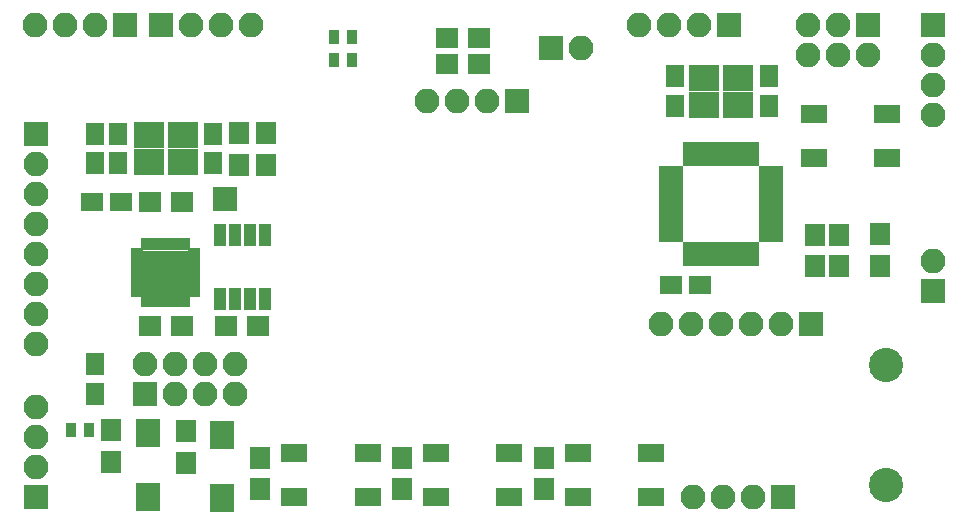
<source format=gts>
G04 #@! TF.FileFunction,Soldermask,Top*
%FSLAX46Y46*%
G04 Gerber Fmt 4.6, Leading zero omitted, Abs format (unit mm)*
G04 Created by KiCad (PCBNEW 4.0.6) date 09/01/17 10:43:57*
%MOMM*%
%LPD*%
G01*
G04 APERTURE LIST*
%ADD10C,0.100000*%
%ADD11R,2.100000X2.100000*%
%ADD12O,2.100000X2.100000*%
%ADD13R,1.100000X0.650000*%
%ADD14R,0.650000X1.100000*%
%ADD15R,2.125000X2.125000*%
%ADD16C,2.899360*%
%ADD17R,1.900000X1.650000*%
%ADD18R,1.650000X1.900000*%
%ADD19R,1.700000X1.900000*%
%ADD20R,0.900000X1.300000*%
%ADD21R,1.900000X1.700000*%
%ADD22R,2.200000X1.500000*%
%ADD23R,2.500000X2.200000*%
%ADD24R,1.000000X1.950000*%
%ADD25R,0.950000X2.000000*%
%ADD26R,2.000000X0.950000*%
%ADD27R,2.000000X2.400000*%
G04 APERTURE END LIST*
D10*
D11*
X112260000Y-114540000D03*
D12*
X112260000Y-112000000D03*
X114800000Y-114540000D03*
X114800000Y-112000000D03*
X117340000Y-114540000D03*
X117340000Y-112000000D03*
X119880000Y-114540000D03*
X119880000Y-112000000D03*
D13*
X111600000Y-102550000D03*
X111600000Y-103050000D03*
X111600000Y-103550000D03*
X111600000Y-104050000D03*
X111600000Y-104550000D03*
X111600000Y-105050000D03*
X111600000Y-105550000D03*
X111600000Y-106050000D03*
D14*
X112250000Y-106700000D03*
X112750000Y-106700000D03*
X113250000Y-106700000D03*
X113750000Y-106700000D03*
X114250000Y-106700000D03*
X114750000Y-106700000D03*
X115250000Y-106700000D03*
X115750000Y-106700000D03*
D13*
X116400000Y-106050000D03*
X116400000Y-105550000D03*
X116400000Y-105050000D03*
X116400000Y-104550000D03*
X116400000Y-104050000D03*
X116400000Y-103550000D03*
X116400000Y-103050000D03*
X116400000Y-102550000D03*
D14*
X115750000Y-101900000D03*
X115250000Y-101900000D03*
X114750000Y-101900000D03*
X114250000Y-101900000D03*
X113750000Y-101900000D03*
X113250000Y-101900000D03*
X112750000Y-101900000D03*
X112250000Y-101900000D03*
D15*
X114862500Y-105162500D03*
X114862500Y-103437500D03*
X113137500Y-105162500D03*
X113137500Y-103437500D03*
D11*
X119000000Y-98050000D03*
D16*
X175000000Y-112120000D03*
X175000000Y-122280000D03*
D17*
X156750000Y-105300000D03*
X159250000Y-105300000D03*
D18*
X157100000Y-87650000D03*
X157100000Y-90150000D03*
X165100000Y-90150000D03*
X165100000Y-87650000D03*
D17*
X107750000Y-98300000D03*
X110250000Y-98300000D03*
D18*
X108000000Y-92550000D03*
X108000000Y-95050000D03*
X108000000Y-114550000D03*
X108000000Y-112050000D03*
X110000000Y-92550000D03*
X110000000Y-95050000D03*
X118000000Y-95050000D03*
X118000000Y-92550000D03*
D19*
X171006554Y-103770242D03*
X171006554Y-101070242D03*
D20*
X128250000Y-86300000D03*
X129750000Y-86300000D03*
X128250000Y-84300000D03*
X129750000Y-84300000D03*
D19*
X120250000Y-95150000D03*
X120250000Y-92450000D03*
X122500000Y-95150000D03*
X122500000Y-92450000D03*
D11*
X179000000Y-105840000D03*
D12*
X179000000Y-103300000D03*
D19*
X122000000Y-122650000D03*
X122000000Y-119950000D03*
X134000000Y-122650000D03*
X134000000Y-119950000D03*
X146000000Y-122650000D03*
X146000000Y-119950000D03*
X169006554Y-103770242D03*
X169006554Y-101070242D03*
X174500000Y-101050000D03*
X174500000Y-103750000D03*
D21*
X121850000Y-108800000D03*
X119150000Y-108800000D03*
X112650000Y-108800000D03*
X115350000Y-108800000D03*
X115350000Y-98300000D03*
X112650000Y-98300000D03*
D22*
X124900000Y-119550000D03*
X131100000Y-119550000D03*
X124900000Y-123250000D03*
X131100000Y-123250000D03*
X136900000Y-119550000D03*
X143100000Y-119550000D03*
X136900000Y-123250000D03*
X143100000Y-123250000D03*
X148900000Y-119550000D03*
X155100000Y-119550000D03*
X148900000Y-123250000D03*
X155100000Y-123250000D03*
X168900000Y-90900000D03*
X175100000Y-90900000D03*
X168900000Y-94600000D03*
X175100000Y-94600000D03*
D23*
X159600000Y-90100000D03*
X162500000Y-90100000D03*
X162500000Y-87800000D03*
X159600000Y-87800000D03*
X112550000Y-94950000D03*
X115450000Y-94950000D03*
X115450000Y-92650000D03*
X112550000Y-92650000D03*
D11*
X173500000Y-83300000D03*
D12*
X173500000Y-85840000D03*
X170960000Y-83300000D03*
X170960000Y-85840000D03*
X168420000Y-83300000D03*
X168420000Y-85840000D03*
D24*
X118595000Y-106500000D03*
X119865000Y-106500000D03*
X121135000Y-106500000D03*
X122405000Y-106500000D03*
X122405000Y-101100000D03*
X121135000Y-101100000D03*
X119865000Y-101100000D03*
X118595000Y-101100000D03*
D11*
X168660000Y-108600000D03*
D12*
X166120000Y-108600000D03*
X163580000Y-108600000D03*
X161040000Y-108600000D03*
X158500000Y-108600000D03*
X155960000Y-108600000D03*
D11*
X103000000Y-92540000D03*
D12*
X103000000Y-95080000D03*
X103000000Y-97620000D03*
X103000000Y-100160000D03*
X103000000Y-102700000D03*
X103000000Y-105240000D03*
X103000000Y-107780000D03*
X103000000Y-110320000D03*
D25*
X163800000Y-94250000D03*
X163000000Y-94250000D03*
X162200000Y-94250000D03*
X161400000Y-94250000D03*
X160600000Y-94250000D03*
X159800000Y-94250000D03*
X159000000Y-94250000D03*
X158200000Y-94250000D03*
D26*
X156750000Y-95700000D03*
X156750000Y-96500000D03*
X156750000Y-97300000D03*
X156750000Y-98100000D03*
X156750000Y-98900000D03*
X156750000Y-99700000D03*
X156750000Y-100500000D03*
X156750000Y-101300000D03*
D25*
X158200000Y-102750000D03*
X159000000Y-102750000D03*
X159800000Y-102750000D03*
X160600000Y-102750000D03*
X161400000Y-102750000D03*
X162200000Y-102750000D03*
X163000000Y-102750000D03*
X163800000Y-102750000D03*
D26*
X165250000Y-101300000D03*
X165250000Y-100500000D03*
X165250000Y-99700000D03*
X165250000Y-98900000D03*
X165250000Y-98100000D03*
X165250000Y-97300000D03*
X165250000Y-96500000D03*
X165250000Y-95700000D03*
D11*
X110600000Y-83300000D03*
D12*
X108060000Y-83300000D03*
X105520000Y-83300000D03*
X102980000Y-83300000D03*
D11*
X161720000Y-83300000D03*
D12*
X159180000Y-83300000D03*
X156640000Y-83300000D03*
X154100000Y-83300000D03*
D11*
X143740000Y-89800000D03*
D12*
X141200000Y-89800000D03*
X138660000Y-89800000D03*
X136120000Y-89800000D03*
D27*
X112500000Y-123300000D03*
X112500000Y-117900000D03*
X118800000Y-123400000D03*
X118800000Y-118000000D03*
D20*
X107500000Y-117600000D03*
X106000000Y-117600000D03*
D19*
X115700000Y-120400000D03*
X115700000Y-117700000D03*
X109400000Y-120300000D03*
X109400000Y-117600000D03*
D11*
X146660000Y-85300000D03*
D12*
X149200000Y-85300000D03*
D21*
X137800000Y-84400000D03*
X140500000Y-84400000D03*
X137800000Y-86600000D03*
X140500000Y-86600000D03*
D11*
X113600000Y-83300000D03*
D12*
X116140000Y-83300000D03*
X118680000Y-83300000D03*
X121220000Y-83300000D03*
D11*
X103000000Y-123300000D03*
D12*
X103000000Y-120760000D03*
X103000000Y-118220000D03*
X103000000Y-115680000D03*
D11*
X166300000Y-123300000D03*
D12*
X163760000Y-123300000D03*
X161220000Y-123300000D03*
X158680000Y-123300000D03*
D11*
X179000000Y-83300000D03*
D12*
X179000000Y-85840000D03*
X179000000Y-88380000D03*
X179000000Y-90920000D03*
M02*

</source>
